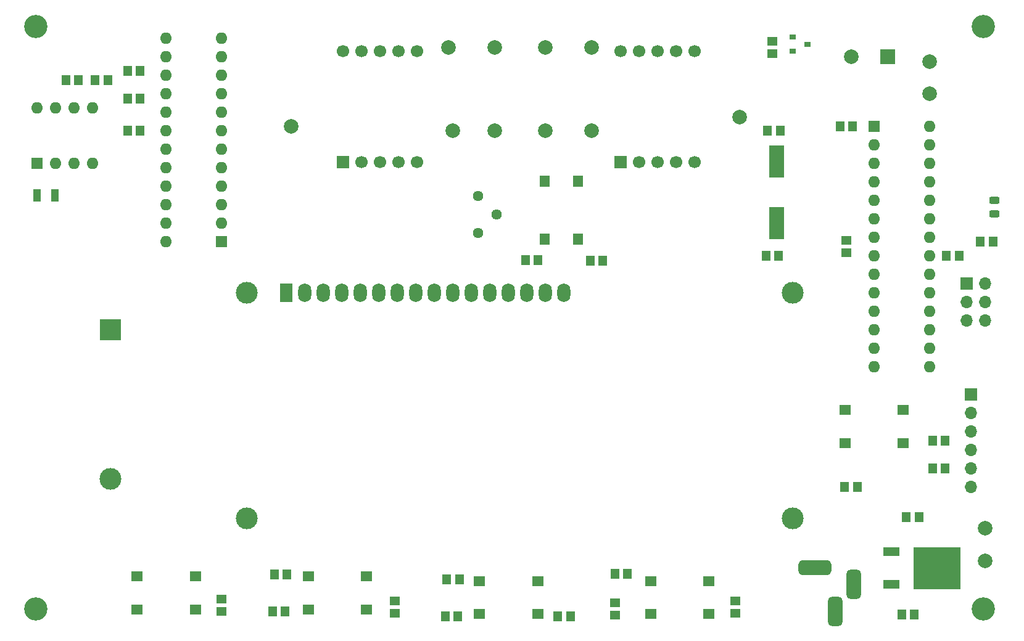
<source format=gbr>
%TF.GenerationSoftware,KiCad,Pcbnew,(6.0.5-0)*%
%TF.CreationDate,2022-07-17T13:44:33-04:00*%
%TF.ProjectId,Annahs_clock_hps,416e6e61-6873-45f6-936c-6f636b5f6870,rev?*%
%TF.SameCoordinates,Original*%
%TF.FileFunction,Soldermask,Top*%
%TF.FilePolarity,Negative*%
%FSLAX46Y46*%
G04 Gerber Fmt 4.6, Leading zero omitted, Abs format (unit mm)*
G04 Created by KiCad (PCBNEW (6.0.5-0)) date 2022-07-17 13:44:33*
%MOMM*%
%LPD*%
G01*
G04 APERTURE LIST*
G04 Aperture macros list*
%AMRoundRect*
0 Rectangle with rounded corners*
0 $1 Rounding radius*
0 $2 $3 $4 $5 $6 $7 $8 $9 X,Y pos of 4 corners*
0 Add a 4 corners polygon primitive as box body*
4,1,4,$2,$3,$4,$5,$6,$7,$8,$9,$2,$3,0*
0 Add four circle primitives for the rounded corners*
1,1,$1+$1,$2,$3*
1,1,$1+$1,$4,$5*
1,1,$1+$1,$6,$7*
1,1,$1+$1,$8,$9*
0 Add four rect primitives between the rounded corners*
20,1,$1+$1,$2,$3,$4,$5,0*
20,1,$1+$1,$4,$5,$6,$7,0*
20,1,$1+$1,$6,$7,$8,$9,0*
20,1,$1+$1,$8,$9,$2,$3,0*%
G04 Aperture macros list end*
%ADD10R,1.150000X1.400000*%
%ADD11C,3.200000*%
%ADD12C,1.440000*%
%ADD13R,1.000000X1.800000*%
%ADD14C,2.000000*%
%ADD15R,2.200000X1.200000*%
%ADD16R,6.400000X5.800000*%
%ADD17R,1.400000X1.150000*%
%ADD18R,1.700000X1.700000*%
%ADD19C,1.700000*%
%ADD20R,1.600000X1.600000*%
%ADD21O,1.600000X1.600000*%
%ADD22R,0.900000X0.800000*%
%ADD23RoundRect,0.243750X-0.456250X0.243750X-0.456250X-0.243750X0.456250X-0.243750X0.456250X0.243750X0*%
%ADD24R,1.400000X1.600000*%
%ADD25R,2.000000X4.500000*%
%ADD26R,2.000000X2.000000*%
%ADD27R,1.600000X1.400000*%
%ADD28O,1.700000X1.700000*%
%ADD29R,3.000000X3.000000*%
%ADD30C,3.000000*%
%ADD31R,1.800000X2.600000*%
%ADD32O,1.800000X2.600000*%
%ADD33RoundRect,0.500000X1.750000X0.500000X-1.750000X0.500000X-1.750000X-0.500000X1.750000X-0.500000X0*%
%ADD34RoundRect,0.500000X-0.500000X1.500000X-0.500000X-1.500000X0.500000X-1.500000X0.500000X1.500000X0*%
G04 APERTURE END LIST*
D10*
%TO.C,C6*%
X204465000Y-127380000D03*
X206165000Y-127380000D03*
%TD*%
D11*
%TO.C,H4*%
X215000000Y-140000000D03*
%TD*%
D10*
%TO.C,R6*%
X94830000Y-67310000D03*
X93130000Y-67310000D03*
%TD*%
D12*
%TO.C,RV1*%
X145665000Y-88382500D03*
X148205000Y-85842500D03*
X145665000Y-83302500D03*
%TD*%
D13*
%TO.C,Y2*%
X85110000Y-83185000D03*
X87610000Y-83185000D03*
%TD*%
D14*
%TO.C,TP9*%
X147955000Y-62865000D03*
%TD*%
D10*
%TO.C,R17*%
X153885000Y-92075000D03*
X152185000Y-92075000D03*
%TD*%
D15*
%TO.C,U3*%
X202385000Y-132085000D03*
D16*
X208685000Y-134365000D03*
D15*
X202385000Y-136645000D03*
%TD*%
D17*
%TO.C,R14*%
X186055000Y-63715000D03*
X186055000Y-62015000D03*
%TD*%
D18*
%TO.C,U5*%
X127127000Y-78613000D03*
D19*
X129667000Y-78613000D03*
X132207000Y-78613000D03*
X134747000Y-78613000D03*
X137287000Y-78613000D03*
X137287000Y-63373000D03*
X134747000Y-63373000D03*
X132207000Y-63373000D03*
X129667000Y-63373000D03*
X127127000Y-63373000D03*
%TD*%
D14*
%TO.C,TP7*%
X142240000Y-74295000D03*
%TD*%
D10*
%TO.C,R5*%
X197065000Y-73660000D03*
X195365000Y-73660000D03*
%TD*%
%TO.C,C2*%
X209970000Y-91440000D03*
X211670000Y-91440000D03*
%TD*%
%TO.C,R10*%
X97575000Y-74295000D03*
X99275000Y-74295000D03*
%TD*%
%TO.C,C10*%
X119390000Y-135255000D03*
X117690000Y-135255000D03*
%TD*%
D20*
%TO.C,U2*%
X110490000Y-89535000D03*
D21*
X110490000Y-86995000D03*
X110490000Y-84455000D03*
X110490000Y-81915000D03*
X110490000Y-79375000D03*
X110490000Y-76835000D03*
X110490000Y-74295000D03*
X110490000Y-71755000D03*
X110490000Y-69215000D03*
X110490000Y-66675000D03*
X110490000Y-64135000D03*
X110490000Y-61595000D03*
X102870000Y-61595000D03*
X102870000Y-64135000D03*
X102870000Y-66675000D03*
X102870000Y-69215000D03*
X102870000Y-71755000D03*
X102870000Y-74295000D03*
X102870000Y-76835000D03*
X102870000Y-79375000D03*
X102870000Y-81915000D03*
X102870000Y-84455000D03*
X102870000Y-86995000D03*
X102870000Y-89535000D03*
%TD*%
D10*
%TO.C,C8*%
X97575000Y-69850000D03*
X99275000Y-69850000D03*
%TD*%
D22*
%TO.C,Q1*%
X188880000Y-61445000D03*
X188880000Y-63345000D03*
X190880000Y-62395000D03*
%TD*%
D10*
%TO.C,C7*%
X203830000Y-140715000D03*
X205530000Y-140715000D03*
%TD*%
D23*
%TO.C,D1*%
X216535000Y-83850000D03*
X216535000Y-85725000D03*
%TD*%
D14*
%TO.C,TP5*%
X154940000Y-74295000D03*
%TD*%
D17*
%TO.C,R13*%
X164465000Y-139167500D03*
X164465000Y-140867500D03*
%TD*%
D10*
%TO.C,R15*%
X141175000Y-140970000D03*
X142875000Y-140970000D03*
%TD*%
D14*
%TO.C,TP14*%
X207645000Y-64770000D03*
%TD*%
D10*
%TO.C,R12*%
X117475000Y-140335000D03*
X119175000Y-140335000D03*
%TD*%
D24*
%TO.C,SW6*%
X154845000Y-89207500D03*
X154845000Y-81207500D03*
X159345000Y-89207500D03*
X159345000Y-81207500D03*
%TD*%
D10*
%TO.C,C11*%
X166165000Y-135152500D03*
X164465000Y-135152500D03*
%TD*%
D14*
%TO.C,TP10*%
X161290000Y-74295000D03*
%TD*%
D20*
%TO.C,U1*%
X85100000Y-78740000D03*
D21*
X87640000Y-78740000D03*
X90180000Y-78740000D03*
X92720000Y-78740000D03*
X92720000Y-71120000D03*
X90180000Y-71120000D03*
X87640000Y-71120000D03*
X85100000Y-71120000D03*
%TD*%
D17*
%TO.C,R1*%
X134200000Y-140550000D03*
X134200000Y-138850000D03*
%TD*%
D25*
%TO.C,Y1*%
X186690000Y-86995000D03*
X186690000Y-78495000D03*
%TD*%
D14*
%TO.C,TP4*%
X161290000Y-62865000D03*
%TD*%
D26*
%TO.C,BZ1*%
X201930000Y-64135000D03*
D14*
X196930000Y-64135000D03*
%TD*%
D17*
%TO.C,R8*%
X110490000Y-140335000D03*
X110490000Y-138635000D03*
%TD*%
D10*
%TO.C,R9*%
X156630000Y-140970000D03*
X158330000Y-140970000D03*
%TD*%
D11*
%TO.C,H2*%
X215000000Y-60000000D03*
%TD*%
D27*
%TO.C,SW2*%
X122365000Y-135545000D03*
X130365000Y-135545000D03*
X122365000Y-140045000D03*
X130365000Y-140045000D03*
%TD*%
D11*
%TO.C,H3*%
X85000000Y-140000000D03*
%TD*%
D14*
%TO.C,TP1*%
X181610000Y-72390000D03*
%TD*%
D18*
%TO.C,J1*%
X213360000Y-110490000D03*
D28*
X213360000Y-113030000D03*
X213360000Y-115570000D03*
X213360000Y-118110000D03*
X213360000Y-120650000D03*
X213360000Y-123190000D03*
%TD*%
D10*
%TO.C,R11*%
X214630000Y-89535000D03*
X216330000Y-89535000D03*
%TD*%
D18*
%TO.C,J3*%
X212720000Y-95265000D03*
D28*
X215260000Y-95265000D03*
X212720000Y-97805000D03*
X215260000Y-97805000D03*
X212720000Y-100345000D03*
X215260000Y-100345000D03*
%TD*%
D10*
%TO.C,C4*%
X185420000Y-74295000D03*
X187120000Y-74295000D03*
%TD*%
%TO.C,R16*%
X161075000Y-92192500D03*
X162775000Y-92192500D03*
%TD*%
%TO.C,C5*%
X186905000Y-91440000D03*
X185205000Y-91440000D03*
%TD*%
%TO.C,R4*%
X208065000Y-120650000D03*
X209765000Y-120650000D03*
%TD*%
D11*
%TO.C,H1*%
X85000000Y-60000000D03*
%TD*%
D27*
%TO.C,SW1*%
X169355000Y-136180000D03*
X177355000Y-136180000D03*
X169355000Y-140680000D03*
X177355000Y-140680000D03*
%TD*%
D14*
%TO.C,TP6*%
X147955000Y-74295000D03*
%TD*%
%TO.C,TP2*%
X215265000Y-128905000D03*
%TD*%
D10*
%TO.C,C13*%
X143090000Y-135890000D03*
X141390000Y-135890000D03*
%TD*%
D17*
%TO.C,R2*%
X180975000Y-140550000D03*
X180975000Y-138850000D03*
%TD*%
D14*
%TO.C,TP3*%
X154940000Y-62865000D03*
%TD*%
D10*
%TO.C,C3*%
X196000000Y-123190000D03*
X197700000Y-123190000D03*
%TD*%
D14*
%TO.C,TP13*%
X207645000Y-69215000D03*
%TD*%
D27*
%TO.C,SW3*%
X98870000Y-135545000D03*
X106870000Y-135545000D03*
X98870000Y-140045000D03*
X106870000Y-140045000D03*
%TD*%
%TO.C,SW4*%
X145860000Y-136180000D03*
X153860000Y-136180000D03*
X145860000Y-140680000D03*
X153860000Y-140680000D03*
%TD*%
D14*
%TO.C,TP11*%
X120015000Y-73660000D03*
%TD*%
%TO.C,TP8*%
X141605000Y-62865000D03*
%TD*%
D18*
%TO.C,U4*%
X165227000Y-78613000D03*
D19*
X167767000Y-78613000D03*
X170307000Y-78613000D03*
X172847000Y-78613000D03*
X175387000Y-78613000D03*
X175387000Y-63373000D03*
X172847000Y-63373000D03*
X170307000Y-63373000D03*
X167767000Y-63373000D03*
X165227000Y-63373000D03*
%TD*%
D17*
%TO.C,C1*%
X196215000Y-89320000D03*
X196215000Y-91020000D03*
%TD*%
D10*
%TO.C,R3*%
X208065000Y-116840000D03*
X209765000Y-116840000D03*
%TD*%
D20*
%TO.C,UI1*%
X200035000Y-73670000D03*
D21*
X200035000Y-76210000D03*
X200035000Y-78750000D03*
X200035000Y-81290000D03*
X200035000Y-83830000D03*
X200035000Y-86370000D03*
X200035000Y-88910000D03*
X200035000Y-91450000D03*
X200035000Y-93990000D03*
X200035000Y-96530000D03*
X200035000Y-99070000D03*
X200035000Y-101610000D03*
X200035000Y-104150000D03*
X200035000Y-106690000D03*
X207655000Y-106690000D03*
X207655000Y-104150000D03*
X207655000Y-101610000D03*
X207655000Y-99070000D03*
X207655000Y-96530000D03*
X207655000Y-93990000D03*
X207655000Y-91450000D03*
X207655000Y-88910000D03*
X207655000Y-86370000D03*
X207655000Y-83830000D03*
X207655000Y-81290000D03*
X207655000Y-78750000D03*
X207655000Y-76210000D03*
X207655000Y-73670000D03*
%TD*%
D10*
%TO.C,C9*%
X97575000Y-66040000D03*
X99275000Y-66040000D03*
%TD*%
D29*
%TO.C,BT1*%
X95250000Y-101600000D03*
D30*
X95250000Y-122090000D03*
%TD*%
D27*
%TO.C,SW5*%
X196025000Y-112685000D03*
X204025000Y-112685000D03*
X196025000Y-117185000D03*
X204025000Y-117185000D03*
%TD*%
D30*
%TO.C,DS1*%
X188880000Y-96520000D03*
X113880900Y-96520000D03*
X113880900Y-127520700D03*
X188879480Y-127520700D03*
D31*
X119380000Y-96520000D03*
D32*
X121920000Y-96520000D03*
X124460000Y-96520000D03*
X127000000Y-96520000D03*
X129540000Y-96520000D03*
X132080000Y-96520000D03*
X134620000Y-96520000D03*
X137160000Y-96520000D03*
X139700000Y-96520000D03*
X142240000Y-96520000D03*
X144780000Y-96520000D03*
X147320000Y-96520000D03*
X149860000Y-96520000D03*
X152400000Y-96520000D03*
X154940000Y-96520000D03*
X157480000Y-96520000D03*
%TD*%
D10*
%TO.C,R7*%
X90805000Y-67310000D03*
X89105000Y-67310000D03*
%TD*%
D33*
%TO.C,J2*%
X191890000Y-134295000D03*
D34*
X197190000Y-136595000D03*
X194690000Y-140295000D03*
%TD*%
D14*
%TO.C,TP12*%
X215265000Y-133350000D03*
%TD*%
M02*

</source>
